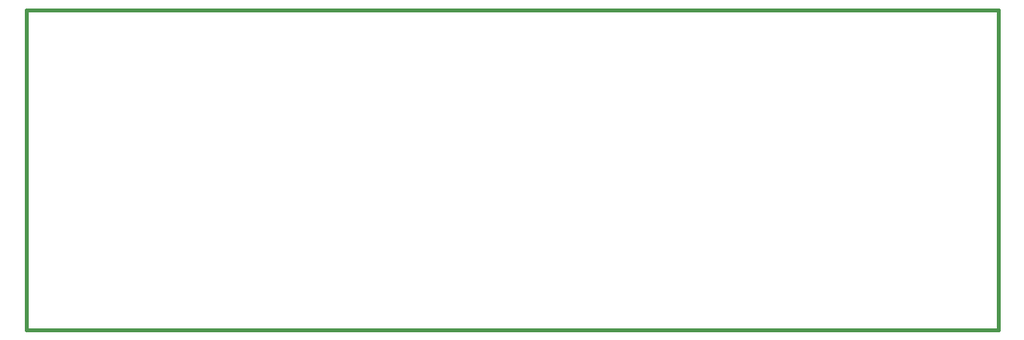
<source format=gbr>
G04 Layer_Color=32768*
%FSLAX25Y25*%
%MOIN*%
%TF.FileFunction,Mechanical*%
%TF.Part,Single*%
G01*
G75*
%ADD28C,0.01575*%
D28*
X47244Y70866D02*
Y208661D01*
Y70866D02*
X464567D01*
X464567Y70866D01*
Y208661D01*
X464567Y208661D02*
X464567Y208661D01*
X47244Y208661D02*
X464567D01*
%TF.MD5,67CEE8469E21AF70313C2D54968CCC11*%
M02*

</source>
